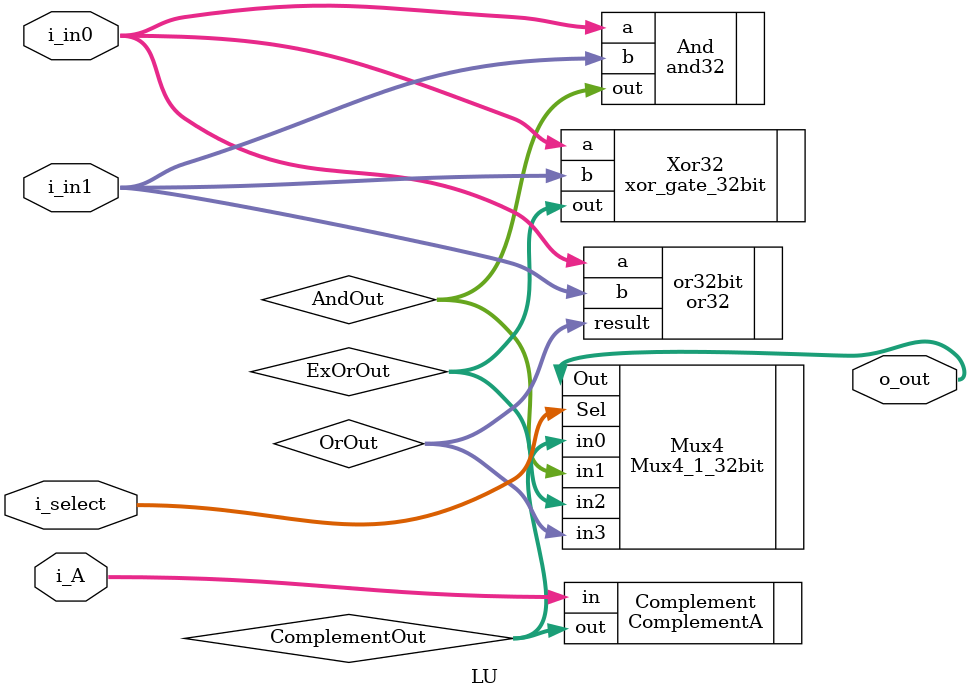
<source format=v>
`timescale 1 ns / 1 ps
module LU(
  input [31:0] i_in0,
  input [31:0] i_in1,
  input [31:0] i_A,
  input [1:0] i_select,
  output [31:0] o_out
  );
  
wire [31:0] ComplementOut;
wire [31:0] AndOut;
wire [31:0] OrOut;
wire [31:0] ExOrOut;

ComplementA Complement(
.in(i_A),
.out(ComplementOut)
);
and32 And(
.a(i_in0),
.b(i_in1),
.out(AndOut)
);
xor_gate_32bit Xor32(
.a(i_in0),
.b(i_in1),
.out(ExOrOut)
);

or32 or32bit(
.a(i_in0),
.b(i_in1),
.result(OrOut)
);

Mux4_1_32bit Mux4(
.in0(ComplementOut),
.in1(AndOut),
.in2(ExOrOut),
.in3(OrOut),
.Sel(i_select),
.Out(o_out)
);

endmodule

</source>
